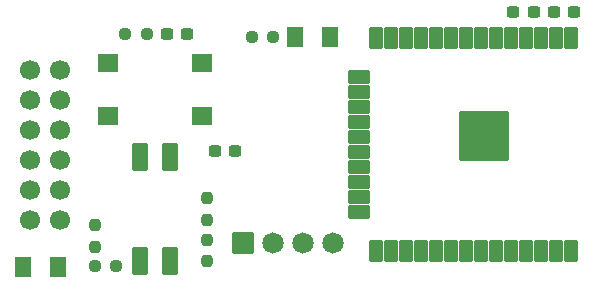
<source format=gbr>
%TF.GenerationSoftware,KiCad,Pcbnew,8.0.7*%
%TF.CreationDate,2024-12-14T18:23:45+03:00*%
%TF.ProjectId,pmod_esp32,706d6f64-5f65-4737-9033-322e6b696361,0.1*%
%TF.SameCoordinates,Original*%
%TF.FileFunction,Soldermask,Top*%
%TF.FilePolarity,Negative*%
%FSLAX46Y46*%
G04 Gerber Fmt 4.6, Leading zero omitted, Abs format (unit mm)*
G04 Created by KiCad (PCBNEW 8.0.7) date 2024-12-14 18:23:45*
%MOMM*%
%LPD*%
G01*
G04 APERTURE LIST*
G04 Aperture macros list*
%AMRoundRect*
0 Rectangle with rounded corners*
0 $1 Rounding radius*
0 $2 $3 $4 $5 $6 $7 $8 $9 X,Y pos of 4 corners*
0 Add a 4 corners polygon primitive as box body*
4,1,4,$2,$3,$4,$5,$6,$7,$8,$9,$2,$3,0*
0 Add four circle primitives for the rounded corners*
1,1,$1+$1,$2,$3*
1,1,$1+$1,$4,$5*
1,1,$1+$1,$6,$7*
1,1,$1+$1,$8,$9*
0 Add four rect primitives between the rounded corners*
20,1,$1+$1,$2,$3,$4,$5,0*
20,1,$1+$1,$4,$5,$6,$7,0*
20,1,$1+$1,$6,$7,$8,$9,0*
20,1,$1+$1,$8,$9,$2,$3,0*%
G04 Aperture macros list end*
%ADD10RoundRect,0.237500X0.237500X-0.250000X0.237500X0.250000X-0.237500X0.250000X-0.237500X-0.250000X0*%
%ADD11RoundRect,0.237500X0.250000X0.237500X-0.250000X0.237500X-0.250000X-0.237500X0.250000X-0.237500X0*%
%ADD12RoundRect,0.237500X0.300000X0.237500X-0.300000X0.237500X-0.300000X-0.237500X0.300000X-0.237500X0*%
%ADD13C,1.695000*%
%ADD14RoundRect,0.237500X-0.237500X0.250000X-0.237500X-0.250000X0.237500X-0.250000X0.237500X0.250000X0*%
%ADD15RoundRect,0.121440X-0.430560X0.830560X-0.430560X-0.830560X0.430560X-0.830560X0.430560X0.830560X0*%
%ADD16RoundRect,0.102000X-2.000000X2.000000X-2.000000X-2.000000X2.000000X-2.000000X2.000000X2.000000X0*%
%ADD17RoundRect,0.121440X-0.830560X0.430560X-0.830560X-0.430560X0.830560X-0.430560X0.830560X0.430560X0*%
%ADD18RoundRect,0.237500X-0.300000X-0.237500X0.300000X-0.237500X0.300000X0.237500X-0.300000X0.237500X0*%
%ADD19RoundRect,0.250001X-0.462499X-0.624999X0.462499X-0.624999X0.462499X0.624999X-0.462499X0.624999X0*%
%ADD20RoundRect,0.102000X-0.802500X-0.802500X0.802500X-0.802500X0.802500X0.802500X-0.802500X0.802500X0*%
%ADD21C,1.809000*%
%ADD22RoundRect,0.102000X-0.550000X-1.100000X0.550000X-1.100000X0.550000X1.100000X-0.550000X1.100000X0*%
%ADD23RoundRect,0.102000X-0.775000X-0.650000X0.775000X-0.650000X0.775000X0.650000X-0.775000X0.650000X0*%
G04 APERTURE END LIST*
D10*
%TO.C,R7*%
X197700000Y-55912500D03*
X197700000Y-54087500D03*
%TD*%
D11*
%TO.C,R6*%
X199512500Y-57550000D03*
X197687500Y-57550000D03*
%TD*%
D12*
%TO.C,C3*%
X205512500Y-37900000D03*
X203787500Y-37900000D03*
%TD*%
D13*
%TO.C,J2*%
X194696000Y-40900000D03*
X194696000Y-43440000D03*
X194696000Y-45980000D03*
X194696000Y-48520000D03*
X194696000Y-51060000D03*
X194696000Y-53600000D03*
X192156000Y-40900000D03*
X192156000Y-43440000D03*
X192156000Y-45980000D03*
X192156000Y-48520000D03*
X192156000Y-51060000D03*
X192156000Y-53600000D03*
%TD*%
D14*
%TO.C,R4*%
X207200000Y-55287500D03*
X207200000Y-57112500D03*
%TD*%
D12*
%TO.C,C4*%
X209562500Y-47750000D03*
X207837500Y-47750000D03*
%TD*%
D10*
%TO.C,R5*%
X207200000Y-53612500D03*
X207200000Y-51787500D03*
%TD*%
D15*
%TO.C,U1*%
X238032500Y-38220000D03*
D16*
X230622500Y-46520000D03*
D15*
X236762500Y-38220000D03*
X235492500Y-38220000D03*
X234222500Y-38220000D03*
X232952500Y-38220000D03*
X231682500Y-38220000D03*
X230412500Y-38220000D03*
X229142500Y-38220000D03*
X227872500Y-38220000D03*
X226602500Y-38220000D03*
X225332500Y-38220000D03*
X224062500Y-38220000D03*
X222792500Y-38220000D03*
X221522500Y-38220000D03*
D17*
X220022500Y-41505000D03*
X220022500Y-42775000D03*
X220022500Y-44045000D03*
X220022500Y-45315000D03*
X220022500Y-46585000D03*
X220022500Y-47855000D03*
X220022500Y-49125000D03*
X220022500Y-50395000D03*
X220022500Y-51665000D03*
X220022500Y-52935000D03*
D15*
X221522500Y-56220000D03*
X222792500Y-56220000D03*
X224062500Y-56220000D03*
X225332500Y-56220000D03*
X226602500Y-56220000D03*
X227872500Y-56220000D03*
X229142500Y-56220000D03*
X230412500Y-56220000D03*
X231682500Y-56220000D03*
X232952500Y-56220000D03*
X234222500Y-56220000D03*
X235492500Y-56220000D03*
X236762500Y-56220000D03*
X238032500Y-56220000D03*
%TD*%
D11*
%TO.C,R3*%
X202062500Y-37900000D03*
X200237500Y-37900000D03*
%TD*%
D18*
%TO.C,C2*%
X233125000Y-36050000D03*
X234850000Y-36050000D03*
%TD*%
D12*
%TO.C,C1*%
X238262500Y-36050000D03*
X236537500Y-36050000D03*
%TD*%
D19*
%TO.C,LD1*%
X191562500Y-57600000D03*
X194537500Y-57600000D03*
%TD*%
D20*
%TO.C,J1*%
X210190000Y-55600000D03*
D21*
X212730000Y-55600000D03*
X215270000Y-55600000D03*
X217810000Y-55600000D03*
%TD*%
D11*
%TO.C,R1*%
X212775000Y-38150000D03*
X210950000Y-38150000D03*
%TD*%
D22*
%TO.C,S2*%
X201480000Y-57100000D03*
X204020000Y-57100000D03*
X201480000Y-48300000D03*
X204020000Y-48300000D03*
%TD*%
D19*
%TO.C,LD0*%
X214612500Y-38150000D03*
X217587500Y-38150000D03*
%TD*%
D23*
%TO.C,S1*%
X198775000Y-40350000D03*
X198775000Y-44850000D03*
X206725000Y-40350000D03*
X206725000Y-44850000D03*
%TD*%
M02*

</source>
